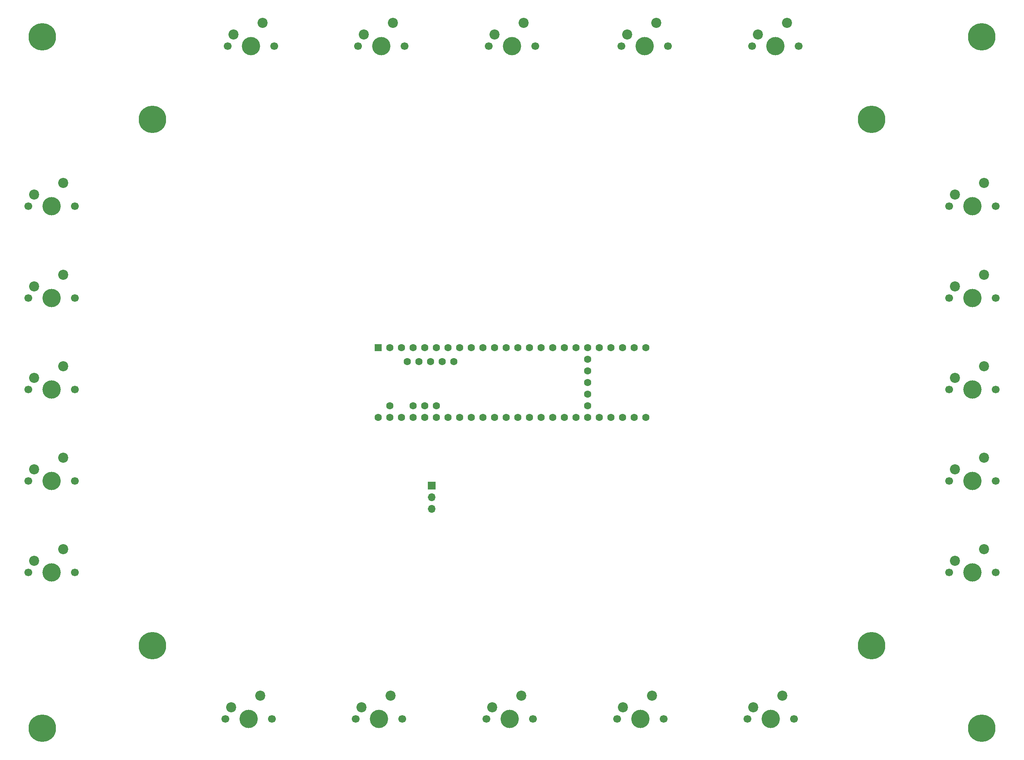
<source format=gbr>
%TF.GenerationSoftware,KiCad,Pcbnew,(5.1.9)-1*%
%TF.CreationDate,2021-04-14T17:34:58-04:00*%
%TF.ProjectId,wildcatmfd_kicad,77696c64-6361-4746-9d66-645f6b696361,rev?*%
%TF.SameCoordinates,Original*%
%TF.FileFunction,Soldermask,Bot*%
%TF.FilePolarity,Negative*%
%FSLAX46Y46*%
G04 Gerber Fmt 4.6, Leading zero omitted, Abs format (unit mm)*
G04 Created by KiCad (PCBNEW (5.1.9)-1) date 2021-04-14 17:34:58*
%MOMM*%
%LPD*%
G01*
G04 APERTURE LIST*
%ADD10C,6.000000*%
%ADD11C,1.600000*%
%ADD12R,1.600000X1.600000*%
%ADD13C,1.700000*%
%ADD14C,4.000000*%
%ADD15C,2.200000*%
%ADD16O,1.700000X1.700000*%
%ADD17R,1.700000X1.700000*%
G04 APERTURE END LIST*
D10*
%TO.C,*%
X10000000Y-161000000D03*
%TD*%
%TO.C,*%
X215000000Y-161000000D03*
%TD*%
%TO.C,*%
X215000000Y-10000000D03*
%TD*%
%TO.C,*%
X10000000Y-10000000D03*
%TD*%
%TO.C,SCRN_MNT*%
X191000000Y-28000000D03*
%TD*%
%TO.C,SCRN_MNT*%
X191000000Y-143000000D03*
%TD*%
%TO.C,SCRN_MNT*%
X34000000Y-143000000D03*
%TD*%
%TO.C,SCRN_MNT*%
X34000000Y-28000000D03*
%TD*%
D11*
%TO.C,U1*%
X99800000Y-80880000D03*
X97260000Y-80880000D03*
X94720000Y-80880000D03*
X92180000Y-80880000D03*
X89640000Y-80880000D03*
X95990000Y-90580000D03*
X93450000Y-90580000D03*
X90910000Y-90580000D03*
X85830000Y-90580000D03*
X83290000Y-93120000D03*
X85830000Y-93120000D03*
X88370000Y-93120000D03*
X90910000Y-93120000D03*
X93450000Y-93120000D03*
X95990000Y-93120000D03*
X98530000Y-93120000D03*
X101070000Y-93120000D03*
X103610000Y-93120000D03*
X106150000Y-93120000D03*
X108690000Y-93120000D03*
X111230000Y-93120000D03*
X113770000Y-93120000D03*
X116310000Y-93120000D03*
X118850000Y-93120000D03*
X121390000Y-93120000D03*
D12*
X83290000Y-77880000D03*
D11*
X85830000Y-77880000D03*
X88370000Y-77880000D03*
X90910000Y-77880000D03*
X93450000Y-77880000D03*
X95990000Y-77880000D03*
X98530000Y-77880000D03*
X101070000Y-77880000D03*
X103610000Y-77880000D03*
X106150000Y-77880000D03*
X108690000Y-77880000D03*
X111230000Y-77880000D03*
X113770000Y-77880000D03*
X123930000Y-93120000D03*
X126470000Y-93120000D03*
X129010000Y-93120000D03*
X131550000Y-93120000D03*
X134090000Y-93120000D03*
X136630000Y-93120000D03*
X139170000Y-93120000D03*
X141710000Y-93120000D03*
X129010000Y-90580000D03*
X129010000Y-88040000D03*
X129010000Y-85500000D03*
X129010000Y-82960000D03*
X129010000Y-80420000D03*
X141710000Y-77880000D03*
X139170000Y-77880000D03*
X136630000Y-77880000D03*
X134090000Y-77880000D03*
X116310000Y-77880000D03*
X118850000Y-77880000D03*
X121390000Y-77880000D03*
X131550000Y-77880000D03*
X129010000Y-77880000D03*
X126470000Y-77880000D03*
X123930000Y-77880000D03*
%TD*%
D13*
%TO.C,SW20*%
X17080000Y-47000000D03*
X6920000Y-47000000D03*
D14*
X12000000Y-47000000D03*
D15*
X8190000Y-44460000D03*
X14540000Y-41920000D03*
%TD*%
D13*
%TO.C,SW19*%
X17080000Y-67000000D03*
X6920000Y-67000000D03*
D14*
X12000000Y-67000000D03*
D15*
X8190000Y-64460000D03*
X14540000Y-61920000D03*
%TD*%
D13*
%TO.C,SW18*%
X17080000Y-87000000D03*
X6920000Y-87000000D03*
D14*
X12000000Y-87000000D03*
D15*
X8190000Y-84460000D03*
X14540000Y-81920000D03*
%TD*%
D13*
%TO.C,SW17*%
X17080000Y-107000000D03*
X6920000Y-107000000D03*
D14*
X12000000Y-107000000D03*
D15*
X8190000Y-104460000D03*
X14540000Y-101920000D03*
%TD*%
D13*
%TO.C,SW16*%
X17080000Y-127000000D03*
X6920000Y-127000000D03*
D14*
X12000000Y-127000000D03*
D15*
X8190000Y-124460000D03*
X14540000Y-121920000D03*
%TD*%
D13*
%TO.C,SW15*%
X60080000Y-159000000D03*
X49920000Y-159000000D03*
D14*
X55000000Y-159000000D03*
D15*
X51190000Y-156460000D03*
X57540000Y-153920000D03*
%TD*%
D13*
%TO.C,SW14*%
X88580000Y-159000000D03*
X78420000Y-159000000D03*
D14*
X83500000Y-159000000D03*
D15*
X79690000Y-156460000D03*
X86040000Y-153920000D03*
%TD*%
D13*
%TO.C,SW13*%
X117080000Y-159000000D03*
X106920000Y-159000000D03*
D14*
X112000000Y-159000000D03*
D15*
X108190000Y-156460000D03*
X114540000Y-153920000D03*
%TD*%
D13*
%TO.C,SW12*%
X145580000Y-159000000D03*
X135420000Y-159000000D03*
D14*
X140500000Y-159000000D03*
D15*
X136690000Y-156460000D03*
X143040000Y-153920000D03*
%TD*%
D13*
%TO.C,SW11*%
X174080000Y-159000000D03*
X163920000Y-159000000D03*
D14*
X169000000Y-159000000D03*
D15*
X165190000Y-156460000D03*
X171540000Y-153920000D03*
%TD*%
D13*
%TO.C,SW10*%
X218080000Y-127000000D03*
X207920000Y-127000000D03*
D14*
X213000000Y-127000000D03*
D15*
X209190000Y-124460000D03*
X215540000Y-121920000D03*
%TD*%
D13*
%TO.C,SW9*%
X218080000Y-107000000D03*
X207920000Y-107000000D03*
D14*
X213000000Y-107000000D03*
D15*
X209190000Y-104460000D03*
X215540000Y-101920000D03*
%TD*%
D13*
%TO.C,SW8*%
X218080000Y-87000000D03*
X207920000Y-87000000D03*
D14*
X213000000Y-87000000D03*
D15*
X209190000Y-84460000D03*
X215540000Y-81920000D03*
%TD*%
D13*
%TO.C,SW7*%
X218080000Y-67000000D03*
X207920000Y-67000000D03*
D14*
X213000000Y-67000000D03*
D15*
X209190000Y-64460000D03*
X215540000Y-61920000D03*
%TD*%
D13*
%TO.C,SW6*%
X218080000Y-47000000D03*
X207920000Y-47000000D03*
D14*
X213000000Y-47000000D03*
D15*
X209190000Y-44460000D03*
X215540000Y-41920000D03*
%TD*%
D13*
%TO.C,SW5*%
X175080000Y-12000000D03*
X164920000Y-12000000D03*
D14*
X170000000Y-12000000D03*
D15*
X166190000Y-9460000D03*
X172540000Y-6920000D03*
%TD*%
D13*
%TO.C,SW4*%
X146580000Y-12000000D03*
X136420000Y-12000000D03*
D14*
X141500000Y-12000000D03*
D15*
X137690000Y-9460000D03*
X144040000Y-6920000D03*
%TD*%
D13*
%TO.C,SW3*%
X117580000Y-12000000D03*
X107420000Y-12000000D03*
D14*
X112500000Y-12000000D03*
D15*
X108690000Y-9460000D03*
X115040000Y-6920000D03*
%TD*%
D13*
%TO.C,SW2*%
X89080000Y-12000000D03*
X78920000Y-12000000D03*
D14*
X84000000Y-12000000D03*
D15*
X80190000Y-9460000D03*
X86540000Y-6920000D03*
%TD*%
D13*
%TO.C,SW1*%
X60580000Y-12000000D03*
X50420000Y-12000000D03*
D14*
X55500000Y-12000000D03*
D15*
X51690000Y-9460000D03*
X58040000Y-6920000D03*
%TD*%
D16*
%TO.C,J1*%
X95000000Y-113080000D03*
X95000000Y-110540000D03*
D17*
X95000000Y-108000000D03*
%TD*%
M02*

</source>
